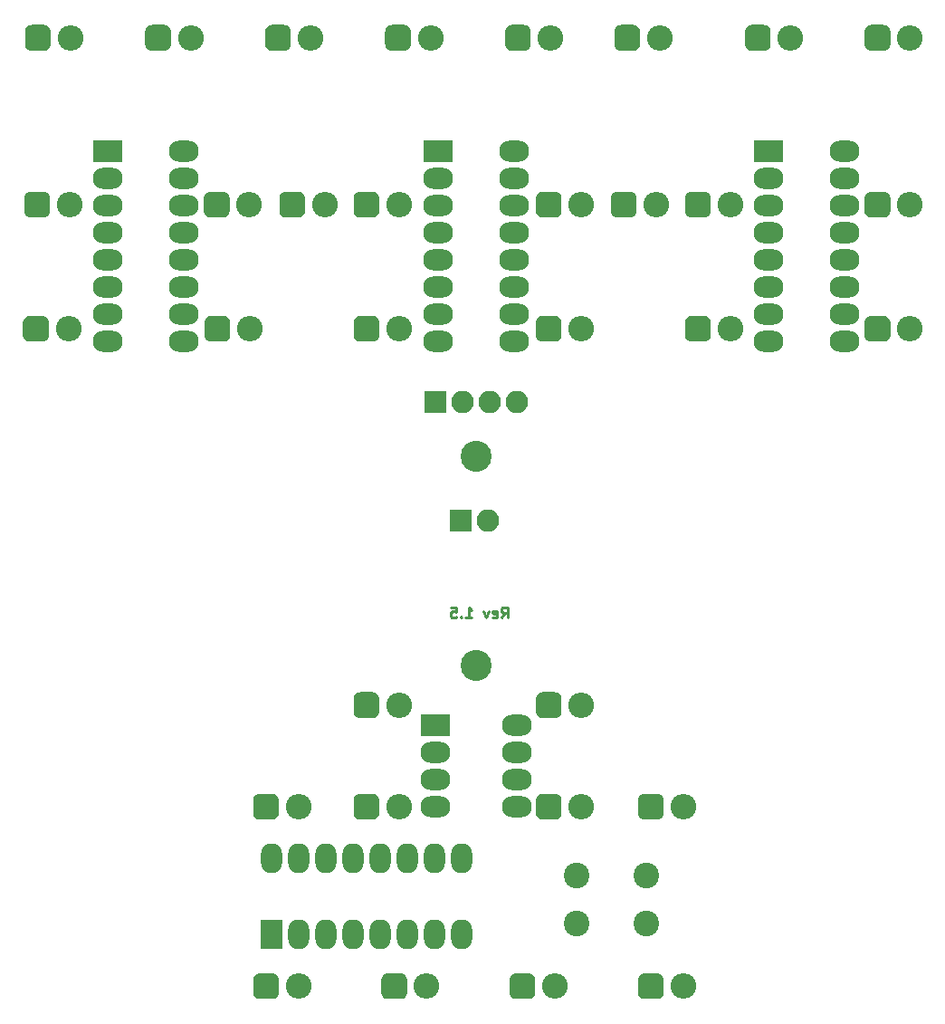
<source format=gbr>
G04 #@! TF.GenerationSoftware,KiCad,Pcbnew,(5.0.0)*
G04 #@! TF.CreationDate,2019-09-06T11:34:28-04:00*
G04 #@! TF.ProjectId,MiniTempleT,4D696E6954656D706C65542E6B696361,rev?*
G04 #@! TF.SameCoordinates,Original*
G04 #@! TF.FileFunction,Soldermask,Bot*
G04 #@! TF.FilePolarity,Negative*
%FSLAX46Y46*%
G04 Gerber Fmt 4.6, Leading zero omitted, Abs format (unit mm)*
G04 Created by KiCad (PCBNEW (5.0.0)) date 09/06/19 11:34:28*
%MOMM*%
%LPD*%
G01*
G04 APERTURE LIST*
%ADD10C,0.250000*%
%ADD11O,2.400000X2.400000*%
%ADD12C,0.100000*%
%ADD13C,2.400000*%
%ADD14C,2.900000*%
%ADD15R,2.100000X2.100000*%
%ADD16O,2.100000X2.100000*%
%ADD17O,2.800000X2.000000*%
%ADD18R,2.800000X2.000000*%
%ADD19R,2.000000X2.800000*%
%ADD20O,2.000000X2.800000*%
G04 APERTURE END LIST*
D10*
X173571428Y-112252380D02*
X173904761Y-111776190D01*
X174142857Y-112252380D02*
X174142857Y-111252380D01*
X173761904Y-111252380D01*
X173666666Y-111300000D01*
X173619047Y-111347619D01*
X173571428Y-111442857D01*
X173571428Y-111585714D01*
X173619047Y-111680952D01*
X173666666Y-111728571D01*
X173761904Y-111776190D01*
X174142857Y-111776190D01*
X172761904Y-112204761D02*
X172857142Y-112252380D01*
X173047619Y-112252380D01*
X173142857Y-112204761D01*
X173190476Y-112109523D01*
X173190476Y-111728571D01*
X173142857Y-111633333D01*
X173047619Y-111585714D01*
X172857142Y-111585714D01*
X172761904Y-111633333D01*
X172714285Y-111728571D01*
X172714285Y-111823809D01*
X173190476Y-111919047D01*
X172380952Y-111585714D02*
X172142857Y-112252380D01*
X171904761Y-111585714D01*
X170238095Y-112252380D02*
X170809523Y-112252380D01*
X170523809Y-112252380D02*
X170523809Y-111252380D01*
X170619047Y-111395238D01*
X170714285Y-111490476D01*
X170809523Y-111538095D01*
X169809523Y-112157142D02*
X169761904Y-112204761D01*
X169809523Y-112252380D01*
X169857142Y-112204761D01*
X169809523Y-112157142D01*
X169809523Y-112252380D01*
X168857142Y-111252380D02*
X169333333Y-111252380D01*
X169380952Y-111728571D01*
X169333333Y-111680952D01*
X169238095Y-111633333D01*
X169000000Y-111633333D01*
X168904761Y-111680952D01*
X168857142Y-111728571D01*
X168809523Y-111823809D01*
X168809523Y-112061904D01*
X168857142Y-112157142D01*
X168904761Y-112204761D01*
X169000000Y-112252380D01*
X169238095Y-112252380D01*
X169333333Y-112204761D01*
X169380952Y-112157142D01*
D11*
G04 #@! TO.C,D17*
X181050000Y-85217000D03*
D12*
G36*
X178668810Y-84019889D02*
X178727054Y-84028529D01*
X178784171Y-84042836D01*
X178839610Y-84062672D01*
X178892838Y-84087847D01*
X178943342Y-84118118D01*
X178990636Y-84153194D01*
X179034264Y-84192736D01*
X179073806Y-84236364D01*
X179108882Y-84283658D01*
X179139153Y-84334162D01*
X179164328Y-84387390D01*
X179184164Y-84442829D01*
X179198471Y-84499946D01*
X179207111Y-84558190D01*
X179210000Y-84617000D01*
X179210000Y-85817000D01*
X179207111Y-85875810D01*
X179198471Y-85934054D01*
X179184164Y-85991171D01*
X179164328Y-86046610D01*
X179139153Y-86099838D01*
X179108882Y-86150342D01*
X179073806Y-86197636D01*
X179034264Y-86241264D01*
X178990636Y-86280806D01*
X178943342Y-86315882D01*
X178892838Y-86346153D01*
X178839610Y-86371328D01*
X178784171Y-86391164D01*
X178727054Y-86405471D01*
X178668810Y-86414111D01*
X178610000Y-86417000D01*
X177410000Y-86417000D01*
X177351190Y-86414111D01*
X177292946Y-86405471D01*
X177235829Y-86391164D01*
X177180390Y-86371328D01*
X177127162Y-86346153D01*
X177076658Y-86315882D01*
X177029364Y-86280806D01*
X176985736Y-86241264D01*
X176946194Y-86197636D01*
X176911118Y-86150342D01*
X176880847Y-86099838D01*
X176855672Y-86046610D01*
X176835836Y-85991171D01*
X176821529Y-85934054D01*
X176812889Y-85875810D01*
X176810000Y-85817000D01*
X176810000Y-84617000D01*
X176812889Y-84558190D01*
X176821529Y-84499946D01*
X176835836Y-84442829D01*
X176855672Y-84387390D01*
X176880847Y-84334162D01*
X176911118Y-84283658D01*
X176946194Y-84236364D01*
X176985736Y-84192736D01*
X177029364Y-84153194D01*
X177076658Y-84118118D01*
X177127162Y-84087847D01*
X177180390Y-84062672D01*
X177235829Y-84042836D01*
X177292946Y-84028529D01*
X177351190Y-84019889D01*
X177410000Y-84017000D01*
X178610000Y-84017000D01*
X178668810Y-84019889D01*
X178668810Y-84019889D01*
G37*
D13*
X178010000Y-85217000D03*
G04 #@! TD*
G04 #@! TO.C,BTN1*
X180615000Y-140840000D03*
X180615000Y-136340000D03*
X187115000Y-140840000D03*
X187115000Y-136340000D03*
G04 #@! TD*
D14*
G04 #@! TO.C,Battery1*
X171196000Y-116669000D03*
X171196000Y-97169000D03*
G04 #@! TD*
D15*
G04 #@! TO.C,Power1*
X169799000Y-103137000D03*
D16*
X172339000Y-103137000D03*
G04 #@! TD*
D11*
G04 #@! TO.C,D1*
X133073000Y-85217000D03*
D12*
G36*
X130691810Y-84019889D02*
X130750054Y-84028529D01*
X130807171Y-84042836D01*
X130862610Y-84062672D01*
X130915838Y-84087847D01*
X130966342Y-84118118D01*
X131013636Y-84153194D01*
X131057264Y-84192736D01*
X131096806Y-84236364D01*
X131131882Y-84283658D01*
X131162153Y-84334162D01*
X131187328Y-84387390D01*
X131207164Y-84442829D01*
X131221471Y-84499946D01*
X131230111Y-84558190D01*
X131233000Y-84617000D01*
X131233000Y-85817000D01*
X131230111Y-85875810D01*
X131221471Y-85934054D01*
X131207164Y-85991171D01*
X131187328Y-86046610D01*
X131162153Y-86099838D01*
X131131882Y-86150342D01*
X131096806Y-86197636D01*
X131057264Y-86241264D01*
X131013636Y-86280806D01*
X130966342Y-86315882D01*
X130915838Y-86346153D01*
X130862610Y-86371328D01*
X130807171Y-86391164D01*
X130750054Y-86405471D01*
X130691810Y-86414111D01*
X130633000Y-86417000D01*
X129433000Y-86417000D01*
X129374190Y-86414111D01*
X129315946Y-86405471D01*
X129258829Y-86391164D01*
X129203390Y-86371328D01*
X129150162Y-86346153D01*
X129099658Y-86315882D01*
X129052364Y-86280806D01*
X129008736Y-86241264D01*
X128969194Y-86197636D01*
X128934118Y-86150342D01*
X128903847Y-86099838D01*
X128878672Y-86046610D01*
X128858836Y-85991171D01*
X128844529Y-85934054D01*
X128835889Y-85875810D01*
X128833000Y-85817000D01*
X128833000Y-84617000D01*
X128835889Y-84558190D01*
X128844529Y-84499946D01*
X128858836Y-84442829D01*
X128878672Y-84387390D01*
X128903847Y-84334162D01*
X128934118Y-84283658D01*
X128969194Y-84236364D01*
X129008736Y-84192736D01*
X129052364Y-84153194D01*
X129099658Y-84118118D01*
X129150162Y-84087847D01*
X129203390Y-84062672D01*
X129258829Y-84042836D01*
X129315946Y-84028529D01*
X129374190Y-84019889D01*
X129433000Y-84017000D01*
X130633000Y-84017000D01*
X130691810Y-84019889D01*
X130691810Y-84019889D01*
G37*
D13*
X130033000Y-85217000D03*
G04 #@! TD*
D11*
G04 #@! TO.C,D2*
X133190000Y-73600000D03*
D12*
G36*
X130808810Y-72402889D02*
X130867054Y-72411529D01*
X130924171Y-72425836D01*
X130979610Y-72445672D01*
X131032838Y-72470847D01*
X131083342Y-72501118D01*
X131130636Y-72536194D01*
X131174264Y-72575736D01*
X131213806Y-72619364D01*
X131248882Y-72666658D01*
X131279153Y-72717162D01*
X131304328Y-72770390D01*
X131324164Y-72825829D01*
X131338471Y-72882946D01*
X131347111Y-72941190D01*
X131350000Y-73000000D01*
X131350000Y-74200000D01*
X131347111Y-74258810D01*
X131338471Y-74317054D01*
X131324164Y-74374171D01*
X131304328Y-74429610D01*
X131279153Y-74482838D01*
X131248882Y-74533342D01*
X131213806Y-74580636D01*
X131174264Y-74624264D01*
X131130636Y-74663806D01*
X131083342Y-74698882D01*
X131032838Y-74729153D01*
X130979610Y-74754328D01*
X130924171Y-74774164D01*
X130867054Y-74788471D01*
X130808810Y-74797111D01*
X130750000Y-74800000D01*
X129550000Y-74800000D01*
X129491190Y-74797111D01*
X129432946Y-74788471D01*
X129375829Y-74774164D01*
X129320390Y-74754328D01*
X129267162Y-74729153D01*
X129216658Y-74698882D01*
X129169364Y-74663806D01*
X129125736Y-74624264D01*
X129086194Y-74580636D01*
X129051118Y-74533342D01*
X129020847Y-74482838D01*
X128995672Y-74429610D01*
X128975836Y-74374171D01*
X128961529Y-74317054D01*
X128952889Y-74258810D01*
X128950000Y-74200000D01*
X128950000Y-73000000D01*
X128952889Y-72941190D01*
X128961529Y-72882946D01*
X128975836Y-72825829D01*
X128995672Y-72770390D01*
X129020847Y-72717162D01*
X129051118Y-72666658D01*
X129086194Y-72619364D01*
X129125736Y-72575736D01*
X129169364Y-72536194D01*
X129216658Y-72501118D01*
X129267162Y-72470847D01*
X129320390Y-72445672D01*
X129375829Y-72425836D01*
X129432946Y-72411529D01*
X129491190Y-72402889D01*
X129550000Y-72400000D01*
X130750000Y-72400000D01*
X130808810Y-72402889D01*
X130808810Y-72402889D01*
G37*
D13*
X130150000Y-73600000D03*
G04 #@! TD*
D11*
G04 #@! TO.C,D3*
X133250000Y-58000000D03*
D12*
G36*
X130868810Y-56802889D02*
X130927054Y-56811529D01*
X130984171Y-56825836D01*
X131039610Y-56845672D01*
X131092838Y-56870847D01*
X131143342Y-56901118D01*
X131190636Y-56936194D01*
X131234264Y-56975736D01*
X131273806Y-57019364D01*
X131308882Y-57066658D01*
X131339153Y-57117162D01*
X131364328Y-57170390D01*
X131384164Y-57225829D01*
X131398471Y-57282946D01*
X131407111Y-57341190D01*
X131410000Y-57400000D01*
X131410000Y-58600000D01*
X131407111Y-58658810D01*
X131398471Y-58717054D01*
X131384164Y-58774171D01*
X131364328Y-58829610D01*
X131339153Y-58882838D01*
X131308882Y-58933342D01*
X131273806Y-58980636D01*
X131234264Y-59024264D01*
X131190636Y-59063806D01*
X131143342Y-59098882D01*
X131092838Y-59129153D01*
X131039610Y-59154328D01*
X130984171Y-59174164D01*
X130927054Y-59188471D01*
X130868810Y-59197111D01*
X130810000Y-59200000D01*
X129610000Y-59200000D01*
X129551190Y-59197111D01*
X129492946Y-59188471D01*
X129435829Y-59174164D01*
X129380390Y-59154328D01*
X129327162Y-59129153D01*
X129276658Y-59098882D01*
X129229364Y-59063806D01*
X129185736Y-59024264D01*
X129146194Y-58980636D01*
X129111118Y-58933342D01*
X129080847Y-58882838D01*
X129055672Y-58829610D01*
X129035836Y-58774171D01*
X129021529Y-58717054D01*
X129012889Y-58658810D01*
X129010000Y-58600000D01*
X129010000Y-57400000D01*
X129012889Y-57341190D01*
X129021529Y-57282946D01*
X129035836Y-57225829D01*
X129055672Y-57170390D01*
X129080847Y-57117162D01*
X129111118Y-57066658D01*
X129146194Y-57019364D01*
X129185736Y-56975736D01*
X129229364Y-56936194D01*
X129276658Y-56901118D01*
X129327162Y-56870847D01*
X129380390Y-56845672D01*
X129435829Y-56825836D01*
X129492946Y-56811529D01*
X129551190Y-56802889D01*
X129610000Y-56800000D01*
X130810000Y-56800000D01*
X130868810Y-56802889D01*
X130868810Y-56802889D01*
G37*
D13*
X130210000Y-58000000D03*
G04 #@! TD*
D11*
G04 #@! TO.C,D4*
X144500000Y-58000000D03*
D12*
G36*
X142118810Y-56802889D02*
X142177054Y-56811529D01*
X142234171Y-56825836D01*
X142289610Y-56845672D01*
X142342838Y-56870847D01*
X142393342Y-56901118D01*
X142440636Y-56936194D01*
X142484264Y-56975736D01*
X142523806Y-57019364D01*
X142558882Y-57066658D01*
X142589153Y-57117162D01*
X142614328Y-57170390D01*
X142634164Y-57225829D01*
X142648471Y-57282946D01*
X142657111Y-57341190D01*
X142660000Y-57400000D01*
X142660000Y-58600000D01*
X142657111Y-58658810D01*
X142648471Y-58717054D01*
X142634164Y-58774171D01*
X142614328Y-58829610D01*
X142589153Y-58882838D01*
X142558882Y-58933342D01*
X142523806Y-58980636D01*
X142484264Y-59024264D01*
X142440636Y-59063806D01*
X142393342Y-59098882D01*
X142342838Y-59129153D01*
X142289610Y-59154328D01*
X142234171Y-59174164D01*
X142177054Y-59188471D01*
X142118810Y-59197111D01*
X142060000Y-59200000D01*
X140860000Y-59200000D01*
X140801190Y-59197111D01*
X140742946Y-59188471D01*
X140685829Y-59174164D01*
X140630390Y-59154328D01*
X140577162Y-59129153D01*
X140526658Y-59098882D01*
X140479364Y-59063806D01*
X140435736Y-59024264D01*
X140396194Y-58980636D01*
X140361118Y-58933342D01*
X140330847Y-58882838D01*
X140305672Y-58829610D01*
X140285836Y-58774171D01*
X140271529Y-58717054D01*
X140262889Y-58658810D01*
X140260000Y-58600000D01*
X140260000Y-57400000D01*
X140262889Y-57341190D01*
X140271529Y-57282946D01*
X140285836Y-57225829D01*
X140305672Y-57170390D01*
X140330847Y-57117162D01*
X140361118Y-57066658D01*
X140396194Y-57019364D01*
X140435736Y-56975736D01*
X140479364Y-56936194D01*
X140526658Y-56901118D01*
X140577162Y-56870847D01*
X140630390Y-56845672D01*
X140685829Y-56825836D01*
X140742946Y-56811529D01*
X140801190Y-56802889D01*
X140860000Y-56800000D01*
X142060000Y-56800000D01*
X142118810Y-56802889D01*
X142118810Y-56802889D01*
G37*
D13*
X141460000Y-58000000D03*
G04 #@! TD*
D11*
G04 #@! TO.C,D5*
X155720000Y-58000000D03*
D12*
G36*
X153338810Y-56802889D02*
X153397054Y-56811529D01*
X153454171Y-56825836D01*
X153509610Y-56845672D01*
X153562838Y-56870847D01*
X153613342Y-56901118D01*
X153660636Y-56936194D01*
X153704264Y-56975736D01*
X153743806Y-57019364D01*
X153778882Y-57066658D01*
X153809153Y-57117162D01*
X153834328Y-57170390D01*
X153854164Y-57225829D01*
X153868471Y-57282946D01*
X153877111Y-57341190D01*
X153880000Y-57400000D01*
X153880000Y-58600000D01*
X153877111Y-58658810D01*
X153868471Y-58717054D01*
X153854164Y-58774171D01*
X153834328Y-58829610D01*
X153809153Y-58882838D01*
X153778882Y-58933342D01*
X153743806Y-58980636D01*
X153704264Y-59024264D01*
X153660636Y-59063806D01*
X153613342Y-59098882D01*
X153562838Y-59129153D01*
X153509610Y-59154328D01*
X153454171Y-59174164D01*
X153397054Y-59188471D01*
X153338810Y-59197111D01*
X153280000Y-59200000D01*
X152080000Y-59200000D01*
X152021190Y-59197111D01*
X151962946Y-59188471D01*
X151905829Y-59174164D01*
X151850390Y-59154328D01*
X151797162Y-59129153D01*
X151746658Y-59098882D01*
X151699364Y-59063806D01*
X151655736Y-59024264D01*
X151616194Y-58980636D01*
X151581118Y-58933342D01*
X151550847Y-58882838D01*
X151525672Y-58829610D01*
X151505836Y-58774171D01*
X151491529Y-58717054D01*
X151482889Y-58658810D01*
X151480000Y-58600000D01*
X151480000Y-57400000D01*
X151482889Y-57341190D01*
X151491529Y-57282946D01*
X151505836Y-57225829D01*
X151525672Y-57170390D01*
X151550847Y-57117162D01*
X151581118Y-57066658D01*
X151616194Y-57019364D01*
X151655736Y-56975736D01*
X151699364Y-56936194D01*
X151746658Y-56901118D01*
X151797162Y-56870847D01*
X151850390Y-56845672D01*
X151905829Y-56825836D01*
X151962946Y-56811529D01*
X152021190Y-56802889D01*
X152080000Y-56800000D01*
X153280000Y-56800000D01*
X153338810Y-56802889D01*
X153338810Y-56802889D01*
G37*
D13*
X152680000Y-58000000D03*
G04 #@! TD*
D11*
G04 #@! TO.C,D6*
X166940000Y-58000000D03*
D12*
G36*
X164558810Y-56802889D02*
X164617054Y-56811529D01*
X164674171Y-56825836D01*
X164729610Y-56845672D01*
X164782838Y-56870847D01*
X164833342Y-56901118D01*
X164880636Y-56936194D01*
X164924264Y-56975736D01*
X164963806Y-57019364D01*
X164998882Y-57066658D01*
X165029153Y-57117162D01*
X165054328Y-57170390D01*
X165074164Y-57225829D01*
X165088471Y-57282946D01*
X165097111Y-57341190D01*
X165100000Y-57400000D01*
X165100000Y-58600000D01*
X165097111Y-58658810D01*
X165088471Y-58717054D01*
X165074164Y-58774171D01*
X165054328Y-58829610D01*
X165029153Y-58882838D01*
X164998882Y-58933342D01*
X164963806Y-58980636D01*
X164924264Y-59024264D01*
X164880636Y-59063806D01*
X164833342Y-59098882D01*
X164782838Y-59129153D01*
X164729610Y-59154328D01*
X164674171Y-59174164D01*
X164617054Y-59188471D01*
X164558810Y-59197111D01*
X164500000Y-59200000D01*
X163300000Y-59200000D01*
X163241190Y-59197111D01*
X163182946Y-59188471D01*
X163125829Y-59174164D01*
X163070390Y-59154328D01*
X163017162Y-59129153D01*
X162966658Y-59098882D01*
X162919364Y-59063806D01*
X162875736Y-59024264D01*
X162836194Y-58980636D01*
X162801118Y-58933342D01*
X162770847Y-58882838D01*
X162745672Y-58829610D01*
X162725836Y-58774171D01*
X162711529Y-58717054D01*
X162702889Y-58658810D01*
X162700000Y-58600000D01*
X162700000Y-57400000D01*
X162702889Y-57341190D01*
X162711529Y-57282946D01*
X162725836Y-57225829D01*
X162745672Y-57170390D01*
X162770847Y-57117162D01*
X162801118Y-57066658D01*
X162836194Y-57019364D01*
X162875736Y-56975736D01*
X162919364Y-56936194D01*
X162966658Y-56901118D01*
X163017162Y-56870847D01*
X163070390Y-56845672D01*
X163125829Y-56825836D01*
X163182946Y-56811529D01*
X163241190Y-56802889D01*
X163300000Y-56800000D01*
X164500000Y-56800000D01*
X164558810Y-56802889D01*
X164558810Y-56802889D01*
G37*
D13*
X163900000Y-58000000D03*
G04 #@! TD*
D11*
G04 #@! TO.C,D7*
X178160000Y-58000000D03*
D12*
G36*
X175778810Y-56802889D02*
X175837054Y-56811529D01*
X175894171Y-56825836D01*
X175949610Y-56845672D01*
X176002838Y-56870847D01*
X176053342Y-56901118D01*
X176100636Y-56936194D01*
X176144264Y-56975736D01*
X176183806Y-57019364D01*
X176218882Y-57066658D01*
X176249153Y-57117162D01*
X176274328Y-57170390D01*
X176294164Y-57225829D01*
X176308471Y-57282946D01*
X176317111Y-57341190D01*
X176320000Y-57400000D01*
X176320000Y-58600000D01*
X176317111Y-58658810D01*
X176308471Y-58717054D01*
X176294164Y-58774171D01*
X176274328Y-58829610D01*
X176249153Y-58882838D01*
X176218882Y-58933342D01*
X176183806Y-58980636D01*
X176144264Y-59024264D01*
X176100636Y-59063806D01*
X176053342Y-59098882D01*
X176002838Y-59129153D01*
X175949610Y-59154328D01*
X175894171Y-59174164D01*
X175837054Y-59188471D01*
X175778810Y-59197111D01*
X175720000Y-59200000D01*
X174520000Y-59200000D01*
X174461190Y-59197111D01*
X174402946Y-59188471D01*
X174345829Y-59174164D01*
X174290390Y-59154328D01*
X174237162Y-59129153D01*
X174186658Y-59098882D01*
X174139364Y-59063806D01*
X174095736Y-59024264D01*
X174056194Y-58980636D01*
X174021118Y-58933342D01*
X173990847Y-58882838D01*
X173965672Y-58829610D01*
X173945836Y-58774171D01*
X173931529Y-58717054D01*
X173922889Y-58658810D01*
X173920000Y-58600000D01*
X173920000Y-57400000D01*
X173922889Y-57341190D01*
X173931529Y-57282946D01*
X173945836Y-57225829D01*
X173965672Y-57170390D01*
X173990847Y-57117162D01*
X174021118Y-57066658D01*
X174056194Y-57019364D01*
X174095736Y-56975736D01*
X174139364Y-56936194D01*
X174186658Y-56901118D01*
X174237162Y-56870847D01*
X174290390Y-56845672D01*
X174345829Y-56825836D01*
X174402946Y-56811529D01*
X174461190Y-56802889D01*
X174520000Y-56800000D01*
X175720000Y-56800000D01*
X175778810Y-56802889D01*
X175778810Y-56802889D01*
G37*
D13*
X175120000Y-58000000D03*
G04 #@! TD*
D11*
G04 #@! TO.C,D8*
X188380000Y-58000000D03*
D12*
G36*
X185998810Y-56802889D02*
X186057054Y-56811529D01*
X186114171Y-56825836D01*
X186169610Y-56845672D01*
X186222838Y-56870847D01*
X186273342Y-56901118D01*
X186320636Y-56936194D01*
X186364264Y-56975736D01*
X186403806Y-57019364D01*
X186438882Y-57066658D01*
X186469153Y-57117162D01*
X186494328Y-57170390D01*
X186514164Y-57225829D01*
X186528471Y-57282946D01*
X186537111Y-57341190D01*
X186540000Y-57400000D01*
X186540000Y-58600000D01*
X186537111Y-58658810D01*
X186528471Y-58717054D01*
X186514164Y-58774171D01*
X186494328Y-58829610D01*
X186469153Y-58882838D01*
X186438882Y-58933342D01*
X186403806Y-58980636D01*
X186364264Y-59024264D01*
X186320636Y-59063806D01*
X186273342Y-59098882D01*
X186222838Y-59129153D01*
X186169610Y-59154328D01*
X186114171Y-59174164D01*
X186057054Y-59188471D01*
X185998810Y-59197111D01*
X185940000Y-59200000D01*
X184740000Y-59200000D01*
X184681190Y-59197111D01*
X184622946Y-59188471D01*
X184565829Y-59174164D01*
X184510390Y-59154328D01*
X184457162Y-59129153D01*
X184406658Y-59098882D01*
X184359364Y-59063806D01*
X184315736Y-59024264D01*
X184276194Y-58980636D01*
X184241118Y-58933342D01*
X184210847Y-58882838D01*
X184185672Y-58829610D01*
X184165836Y-58774171D01*
X184151529Y-58717054D01*
X184142889Y-58658810D01*
X184140000Y-58600000D01*
X184140000Y-57400000D01*
X184142889Y-57341190D01*
X184151529Y-57282946D01*
X184165836Y-57225829D01*
X184185672Y-57170390D01*
X184210847Y-57117162D01*
X184241118Y-57066658D01*
X184276194Y-57019364D01*
X184315736Y-56975736D01*
X184359364Y-56936194D01*
X184406658Y-56901118D01*
X184457162Y-56870847D01*
X184510390Y-56845672D01*
X184565829Y-56825836D01*
X184622946Y-56811529D01*
X184681190Y-56802889D01*
X184740000Y-56800000D01*
X185940000Y-56800000D01*
X185998810Y-56802889D01*
X185998810Y-56802889D01*
G37*
D13*
X185340000Y-58000000D03*
G04 #@! TD*
D11*
G04 #@! TO.C,D9*
X200600000Y-58000000D03*
D12*
G36*
X198218810Y-56802889D02*
X198277054Y-56811529D01*
X198334171Y-56825836D01*
X198389610Y-56845672D01*
X198442838Y-56870847D01*
X198493342Y-56901118D01*
X198540636Y-56936194D01*
X198584264Y-56975736D01*
X198623806Y-57019364D01*
X198658882Y-57066658D01*
X198689153Y-57117162D01*
X198714328Y-57170390D01*
X198734164Y-57225829D01*
X198748471Y-57282946D01*
X198757111Y-57341190D01*
X198760000Y-57400000D01*
X198760000Y-58600000D01*
X198757111Y-58658810D01*
X198748471Y-58717054D01*
X198734164Y-58774171D01*
X198714328Y-58829610D01*
X198689153Y-58882838D01*
X198658882Y-58933342D01*
X198623806Y-58980636D01*
X198584264Y-59024264D01*
X198540636Y-59063806D01*
X198493342Y-59098882D01*
X198442838Y-59129153D01*
X198389610Y-59154328D01*
X198334171Y-59174164D01*
X198277054Y-59188471D01*
X198218810Y-59197111D01*
X198160000Y-59200000D01*
X196960000Y-59200000D01*
X196901190Y-59197111D01*
X196842946Y-59188471D01*
X196785829Y-59174164D01*
X196730390Y-59154328D01*
X196677162Y-59129153D01*
X196626658Y-59098882D01*
X196579364Y-59063806D01*
X196535736Y-59024264D01*
X196496194Y-58980636D01*
X196461118Y-58933342D01*
X196430847Y-58882838D01*
X196405672Y-58829610D01*
X196385836Y-58774171D01*
X196371529Y-58717054D01*
X196362889Y-58658810D01*
X196360000Y-58600000D01*
X196360000Y-57400000D01*
X196362889Y-57341190D01*
X196371529Y-57282946D01*
X196385836Y-57225829D01*
X196405672Y-57170390D01*
X196430847Y-57117162D01*
X196461118Y-57066658D01*
X196496194Y-57019364D01*
X196535736Y-56975736D01*
X196579364Y-56936194D01*
X196626658Y-56901118D01*
X196677162Y-56870847D01*
X196730390Y-56845672D01*
X196785829Y-56825836D01*
X196842946Y-56811529D01*
X196901190Y-56802889D01*
X196960000Y-56800000D01*
X198160000Y-56800000D01*
X198218810Y-56802889D01*
X198218810Y-56802889D01*
G37*
D13*
X197560000Y-58000000D03*
G04 #@! TD*
D11*
G04 #@! TO.C,D10*
X211790000Y-58000000D03*
D12*
G36*
X209408810Y-56802889D02*
X209467054Y-56811529D01*
X209524171Y-56825836D01*
X209579610Y-56845672D01*
X209632838Y-56870847D01*
X209683342Y-56901118D01*
X209730636Y-56936194D01*
X209774264Y-56975736D01*
X209813806Y-57019364D01*
X209848882Y-57066658D01*
X209879153Y-57117162D01*
X209904328Y-57170390D01*
X209924164Y-57225829D01*
X209938471Y-57282946D01*
X209947111Y-57341190D01*
X209950000Y-57400000D01*
X209950000Y-58600000D01*
X209947111Y-58658810D01*
X209938471Y-58717054D01*
X209924164Y-58774171D01*
X209904328Y-58829610D01*
X209879153Y-58882838D01*
X209848882Y-58933342D01*
X209813806Y-58980636D01*
X209774264Y-59024264D01*
X209730636Y-59063806D01*
X209683342Y-59098882D01*
X209632838Y-59129153D01*
X209579610Y-59154328D01*
X209524171Y-59174164D01*
X209467054Y-59188471D01*
X209408810Y-59197111D01*
X209350000Y-59200000D01*
X208150000Y-59200000D01*
X208091190Y-59197111D01*
X208032946Y-59188471D01*
X207975829Y-59174164D01*
X207920390Y-59154328D01*
X207867162Y-59129153D01*
X207816658Y-59098882D01*
X207769364Y-59063806D01*
X207725736Y-59024264D01*
X207686194Y-58980636D01*
X207651118Y-58933342D01*
X207620847Y-58882838D01*
X207595672Y-58829610D01*
X207575836Y-58774171D01*
X207561529Y-58717054D01*
X207552889Y-58658810D01*
X207550000Y-58600000D01*
X207550000Y-57400000D01*
X207552889Y-57341190D01*
X207561529Y-57282946D01*
X207575836Y-57225829D01*
X207595672Y-57170390D01*
X207620847Y-57117162D01*
X207651118Y-57066658D01*
X207686194Y-57019364D01*
X207725736Y-56975736D01*
X207769364Y-56936194D01*
X207816658Y-56901118D01*
X207867162Y-56870847D01*
X207920390Y-56845672D01*
X207975829Y-56825836D01*
X208032946Y-56811529D01*
X208091190Y-56802889D01*
X208150000Y-56800000D01*
X209350000Y-56800000D01*
X209408810Y-56802889D01*
X209408810Y-56802889D01*
G37*
D13*
X208750000Y-58000000D03*
G04 #@! TD*
D11*
G04 #@! TO.C,D11*
X211790000Y-73600000D03*
D12*
G36*
X209408810Y-72402889D02*
X209467054Y-72411529D01*
X209524171Y-72425836D01*
X209579610Y-72445672D01*
X209632838Y-72470847D01*
X209683342Y-72501118D01*
X209730636Y-72536194D01*
X209774264Y-72575736D01*
X209813806Y-72619364D01*
X209848882Y-72666658D01*
X209879153Y-72717162D01*
X209904328Y-72770390D01*
X209924164Y-72825829D01*
X209938471Y-72882946D01*
X209947111Y-72941190D01*
X209950000Y-73000000D01*
X209950000Y-74200000D01*
X209947111Y-74258810D01*
X209938471Y-74317054D01*
X209924164Y-74374171D01*
X209904328Y-74429610D01*
X209879153Y-74482838D01*
X209848882Y-74533342D01*
X209813806Y-74580636D01*
X209774264Y-74624264D01*
X209730636Y-74663806D01*
X209683342Y-74698882D01*
X209632838Y-74729153D01*
X209579610Y-74754328D01*
X209524171Y-74774164D01*
X209467054Y-74788471D01*
X209408810Y-74797111D01*
X209350000Y-74800000D01*
X208150000Y-74800000D01*
X208091190Y-74797111D01*
X208032946Y-74788471D01*
X207975829Y-74774164D01*
X207920390Y-74754328D01*
X207867162Y-74729153D01*
X207816658Y-74698882D01*
X207769364Y-74663806D01*
X207725736Y-74624264D01*
X207686194Y-74580636D01*
X207651118Y-74533342D01*
X207620847Y-74482838D01*
X207595672Y-74429610D01*
X207575836Y-74374171D01*
X207561529Y-74317054D01*
X207552889Y-74258810D01*
X207550000Y-74200000D01*
X207550000Y-73000000D01*
X207552889Y-72941190D01*
X207561529Y-72882946D01*
X207575836Y-72825829D01*
X207595672Y-72770390D01*
X207620847Y-72717162D01*
X207651118Y-72666658D01*
X207686194Y-72619364D01*
X207725736Y-72575736D01*
X207769364Y-72536194D01*
X207816658Y-72501118D01*
X207867162Y-72470847D01*
X207920390Y-72445672D01*
X207975829Y-72425836D01*
X208032946Y-72411529D01*
X208091190Y-72402889D01*
X208150000Y-72400000D01*
X209350000Y-72400000D01*
X209408810Y-72402889D01*
X209408810Y-72402889D01*
G37*
D13*
X208750000Y-73600000D03*
G04 #@! TD*
D11*
G04 #@! TO.C,D12*
X211790000Y-85217000D03*
D12*
G36*
X209408810Y-84019889D02*
X209467054Y-84028529D01*
X209524171Y-84042836D01*
X209579610Y-84062672D01*
X209632838Y-84087847D01*
X209683342Y-84118118D01*
X209730636Y-84153194D01*
X209774264Y-84192736D01*
X209813806Y-84236364D01*
X209848882Y-84283658D01*
X209879153Y-84334162D01*
X209904328Y-84387390D01*
X209924164Y-84442829D01*
X209938471Y-84499946D01*
X209947111Y-84558190D01*
X209950000Y-84617000D01*
X209950000Y-85817000D01*
X209947111Y-85875810D01*
X209938471Y-85934054D01*
X209924164Y-85991171D01*
X209904328Y-86046610D01*
X209879153Y-86099838D01*
X209848882Y-86150342D01*
X209813806Y-86197636D01*
X209774264Y-86241264D01*
X209730636Y-86280806D01*
X209683342Y-86315882D01*
X209632838Y-86346153D01*
X209579610Y-86371328D01*
X209524171Y-86391164D01*
X209467054Y-86405471D01*
X209408810Y-86414111D01*
X209350000Y-86417000D01*
X208150000Y-86417000D01*
X208091190Y-86414111D01*
X208032946Y-86405471D01*
X207975829Y-86391164D01*
X207920390Y-86371328D01*
X207867162Y-86346153D01*
X207816658Y-86315882D01*
X207769364Y-86280806D01*
X207725736Y-86241264D01*
X207686194Y-86197636D01*
X207651118Y-86150342D01*
X207620847Y-86099838D01*
X207595672Y-86046610D01*
X207575836Y-85991171D01*
X207561529Y-85934054D01*
X207552889Y-85875810D01*
X207550000Y-85817000D01*
X207550000Y-84617000D01*
X207552889Y-84558190D01*
X207561529Y-84499946D01*
X207575836Y-84442829D01*
X207595672Y-84387390D01*
X207620847Y-84334162D01*
X207651118Y-84283658D01*
X207686194Y-84236364D01*
X207725736Y-84192736D01*
X207769364Y-84153194D01*
X207816658Y-84118118D01*
X207867162Y-84087847D01*
X207920390Y-84062672D01*
X207975829Y-84042836D01*
X208032946Y-84028529D01*
X208091190Y-84019889D01*
X208150000Y-84017000D01*
X209350000Y-84017000D01*
X209408810Y-84019889D01*
X209408810Y-84019889D01*
G37*
D13*
X208750000Y-85217000D03*
G04 #@! TD*
D11*
G04 #@! TO.C,D13*
X194990000Y-85217000D03*
D12*
G36*
X192608810Y-84019889D02*
X192667054Y-84028529D01*
X192724171Y-84042836D01*
X192779610Y-84062672D01*
X192832838Y-84087847D01*
X192883342Y-84118118D01*
X192930636Y-84153194D01*
X192974264Y-84192736D01*
X193013806Y-84236364D01*
X193048882Y-84283658D01*
X193079153Y-84334162D01*
X193104328Y-84387390D01*
X193124164Y-84442829D01*
X193138471Y-84499946D01*
X193147111Y-84558190D01*
X193150000Y-84617000D01*
X193150000Y-85817000D01*
X193147111Y-85875810D01*
X193138471Y-85934054D01*
X193124164Y-85991171D01*
X193104328Y-86046610D01*
X193079153Y-86099838D01*
X193048882Y-86150342D01*
X193013806Y-86197636D01*
X192974264Y-86241264D01*
X192930636Y-86280806D01*
X192883342Y-86315882D01*
X192832838Y-86346153D01*
X192779610Y-86371328D01*
X192724171Y-86391164D01*
X192667054Y-86405471D01*
X192608810Y-86414111D01*
X192550000Y-86417000D01*
X191350000Y-86417000D01*
X191291190Y-86414111D01*
X191232946Y-86405471D01*
X191175829Y-86391164D01*
X191120390Y-86371328D01*
X191067162Y-86346153D01*
X191016658Y-86315882D01*
X190969364Y-86280806D01*
X190925736Y-86241264D01*
X190886194Y-86197636D01*
X190851118Y-86150342D01*
X190820847Y-86099838D01*
X190795672Y-86046610D01*
X190775836Y-85991171D01*
X190761529Y-85934054D01*
X190752889Y-85875810D01*
X190750000Y-85817000D01*
X190750000Y-84617000D01*
X190752889Y-84558190D01*
X190761529Y-84499946D01*
X190775836Y-84442829D01*
X190795672Y-84387390D01*
X190820847Y-84334162D01*
X190851118Y-84283658D01*
X190886194Y-84236364D01*
X190925736Y-84192736D01*
X190969364Y-84153194D01*
X191016658Y-84118118D01*
X191067162Y-84087847D01*
X191120390Y-84062672D01*
X191175829Y-84042836D01*
X191232946Y-84028529D01*
X191291190Y-84019889D01*
X191350000Y-84017000D01*
X192550000Y-84017000D01*
X192608810Y-84019889D01*
X192608810Y-84019889D01*
G37*
D13*
X191950000Y-85217000D03*
G04 #@! TD*
D11*
G04 #@! TO.C,D14*
X194990000Y-73600000D03*
D12*
G36*
X192608810Y-72402889D02*
X192667054Y-72411529D01*
X192724171Y-72425836D01*
X192779610Y-72445672D01*
X192832838Y-72470847D01*
X192883342Y-72501118D01*
X192930636Y-72536194D01*
X192974264Y-72575736D01*
X193013806Y-72619364D01*
X193048882Y-72666658D01*
X193079153Y-72717162D01*
X193104328Y-72770390D01*
X193124164Y-72825829D01*
X193138471Y-72882946D01*
X193147111Y-72941190D01*
X193150000Y-73000000D01*
X193150000Y-74200000D01*
X193147111Y-74258810D01*
X193138471Y-74317054D01*
X193124164Y-74374171D01*
X193104328Y-74429610D01*
X193079153Y-74482838D01*
X193048882Y-74533342D01*
X193013806Y-74580636D01*
X192974264Y-74624264D01*
X192930636Y-74663806D01*
X192883342Y-74698882D01*
X192832838Y-74729153D01*
X192779610Y-74754328D01*
X192724171Y-74774164D01*
X192667054Y-74788471D01*
X192608810Y-74797111D01*
X192550000Y-74800000D01*
X191350000Y-74800000D01*
X191291190Y-74797111D01*
X191232946Y-74788471D01*
X191175829Y-74774164D01*
X191120390Y-74754328D01*
X191067162Y-74729153D01*
X191016658Y-74698882D01*
X190969364Y-74663806D01*
X190925736Y-74624264D01*
X190886194Y-74580636D01*
X190851118Y-74533342D01*
X190820847Y-74482838D01*
X190795672Y-74429610D01*
X190775836Y-74374171D01*
X190761529Y-74317054D01*
X190752889Y-74258810D01*
X190750000Y-74200000D01*
X190750000Y-73000000D01*
X190752889Y-72941190D01*
X190761529Y-72882946D01*
X190775836Y-72825829D01*
X190795672Y-72770390D01*
X190820847Y-72717162D01*
X190851118Y-72666658D01*
X190886194Y-72619364D01*
X190925736Y-72575736D01*
X190969364Y-72536194D01*
X191016658Y-72501118D01*
X191067162Y-72470847D01*
X191120390Y-72445672D01*
X191175829Y-72425836D01*
X191232946Y-72411529D01*
X191291190Y-72402889D01*
X191350000Y-72400000D01*
X192550000Y-72400000D01*
X192608810Y-72402889D01*
X192608810Y-72402889D01*
G37*
D13*
X191950000Y-73600000D03*
G04 #@! TD*
D11*
G04 #@! TO.C,D15*
X188050000Y-73600000D03*
D12*
G36*
X185668810Y-72402889D02*
X185727054Y-72411529D01*
X185784171Y-72425836D01*
X185839610Y-72445672D01*
X185892838Y-72470847D01*
X185943342Y-72501118D01*
X185990636Y-72536194D01*
X186034264Y-72575736D01*
X186073806Y-72619364D01*
X186108882Y-72666658D01*
X186139153Y-72717162D01*
X186164328Y-72770390D01*
X186184164Y-72825829D01*
X186198471Y-72882946D01*
X186207111Y-72941190D01*
X186210000Y-73000000D01*
X186210000Y-74200000D01*
X186207111Y-74258810D01*
X186198471Y-74317054D01*
X186184164Y-74374171D01*
X186164328Y-74429610D01*
X186139153Y-74482838D01*
X186108882Y-74533342D01*
X186073806Y-74580636D01*
X186034264Y-74624264D01*
X185990636Y-74663806D01*
X185943342Y-74698882D01*
X185892838Y-74729153D01*
X185839610Y-74754328D01*
X185784171Y-74774164D01*
X185727054Y-74788471D01*
X185668810Y-74797111D01*
X185610000Y-74800000D01*
X184410000Y-74800000D01*
X184351190Y-74797111D01*
X184292946Y-74788471D01*
X184235829Y-74774164D01*
X184180390Y-74754328D01*
X184127162Y-74729153D01*
X184076658Y-74698882D01*
X184029364Y-74663806D01*
X183985736Y-74624264D01*
X183946194Y-74580636D01*
X183911118Y-74533342D01*
X183880847Y-74482838D01*
X183855672Y-74429610D01*
X183835836Y-74374171D01*
X183821529Y-74317054D01*
X183812889Y-74258810D01*
X183810000Y-74200000D01*
X183810000Y-73000000D01*
X183812889Y-72941190D01*
X183821529Y-72882946D01*
X183835836Y-72825829D01*
X183855672Y-72770390D01*
X183880847Y-72717162D01*
X183911118Y-72666658D01*
X183946194Y-72619364D01*
X183985736Y-72575736D01*
X184029364Y-72536194D01*
X184076658Y-72501118D01*
X184127162Y-72470847D01*
X184180390Y-72445672D01*
X184235829Y-72425836D01*
X184292946Y-72411529D01*
X184351190Y-72402889D01*
X184410000Y-72400000D01*
X185610000Y-72400000D01*
X185668810Y-72402889D01*
X185668810Y-72402889D01*
G37*
D13*
X185010000Y-73600000D03*
G04 #@! TD*
D11*
G04 #@! TO.C,D16*
X181050000Y-73600000D03*
D12*
G36*
X178668810Y-72402889D02*
X178727054Y-72411529D01*
X178784171Y-72425836D01*
X178839610Y-72445672D01*
X178892838Y-72470847D01*
X178943342Y-72501118D01*
X178990636Y-72536194D01*
X179034264Y-72575736D01*
X179073806Y-72619364D01*
X179108882Y-72666658D01*
X179139153Y-72717162D01*
X179164328Y-72770390D01*
X179184164Y-72825829D01*
X179198471Y-72882946D01*
X179207111Y-72941190D01*
X179210000Y-73000000D01*
X179210000Y-74200000D01*
X179207111Y-74258810D01*
X179198471Y-74317054D01*
X179184164Y-74374171D01*
X179164328Y-74429610D01*
X179139153Y-74482838D01*
X179108882Y-74533342D01*
X179073806Y-74580636D01*
X179034264Y-74624264D01*
X178990636Y-74663806D01*
X178943342Y-74698882D01*
X178892838Y-74729153D01*
X178839610Y-74754328D01*
X178784171Y-74774164D01*
X178727054Y-74788471D01*
X178668810Y-74797111D01*
X178610000Y-74800000D01*
X177410000Y-74800000D01*
X177351190Y-74797111D01*
X177292946Y-74788471D01*
X177235829Y-74774164D01*
X177180390Y-74754328D01*
X177127162Y-74729153D01*
X177076658Y-74698882D01*
X177029364Y-74663806D01*
X176985736Y-74624264D01*
X176946194Y-74580636D01*
X176911118Y-74533342D01*
X176880847Y-74482838D01*
X176855672Y-74429610D01*
X176835836Y-74374171D01*
X176821529Y-74317054D01*
X176812889Y-74258810D01*
X176810000Y-74200000D01*
X176810000Y-73000000D01*
X176812889Y-72941190D01*
X176821529Y-72882946D01*
X176835836Y-72825829D01*
X176855672Y-72770390D01*
X176880847Y-72717162D01*
X176911118Y-72666658D01*
X176946194Y-72619364D01*
X176985736Y-72575736D01*
X177029364Y-72536194D01*
X177076658Y-72501118D01*
X177127162Y-72470847D01*
X177180390Y-72445672D01*
X177235829Y-72425836D01*
X177292946Y-72411529D01*
X177351190Y-72402889D01*
X177410000Y-72400000D01*
X178610000Y-72400000D01*
X178668810Y-72402889D01*
X178668810Y-72402889D01*
G37*
D13*
X178010000Y-73600000D03*
G04 #@! TD*
D11*
G04 #@! TO.C,D18*
X181050000Y-120400000D03*
D12*
G36*
X178668810Y-119202889D02*
X178727054Y-119211529D01*
X178784171Y-119225836D01*
X178839610Y-119245672D01*
X178892838Y-119270847D01*
X178943342Y-119301118D01*
X178990636Y-119336194D01*
X179034264Y-119375736D01*
X179073806Y-119419364D01*
X179108882Y-119466658D01*
X179139153Y-119517162D01*
X179164328Y-119570390D01*
X179184164Y-119625829D01*
X179198471Y-119682946D01*
X179207111Y-119741190D01*
X179210000Y-119800000D01*
X179210000Y-121000000D01*
X179207111Y-121058810D01*
X179198471Y-121117054D01*
X179184164Y-121174171D01*
X179164328Y-121229610D01*
X179139153Y-121282838D01*
X179108882Y-121333342D01*
X179073806Y-121380636D01*
X179034264Y-121424264D01*
X178990636Y-121463806D01*
X178943342Y-121498882D01*
X178892838Y-121529153D01*
X178839610Y-121554328D01*
X178784171Y-121574164D01*
X178727054Y-121588471D01*
X178668810Y-121597111D01*
X178610000Y-121600000D01*
X177410000Y-121600000D01*
X177351190Y-121597111D01*
X177292946Y-121588471D01*
X177235829Y-121574164D01*
X177180390Y-121554328D01*
X177127162Y-121529153D01*
X177076658Y-121498882D01*
X177029364Y-121463806D01*
X176985736Y-121424264D01*
X176946194Y-121380636D01*
X176911118Y-121333342D01*
X176880847Y-121282838D01*
X176855672Y-121229610D01*
X176835836Y-121174171D01*
X176821529Y-121117054D01*
X176812889Y-121058810D01*
X176810000Y-121000000D01*
X176810000Y-119800000D01*
X176812889Y-119741190D01*
X176821529Y-119682946D01*
X176835836Y-119625829D01*
X176855672Y-119570390D01*
X176880847Y-119517162D01*
X176911118Y-119466658D01*
X176946194Y-119419364D01*
X176985736Y-119375736D01*
X177029364Y-119336194D01*
X177076658Y-119301118D01*
X177127162Y-119270847D01*
X177180390Y-119245672D01*
X177235829Y-119225836D01*
X177292946Y-119211529D01*
X177351190Y-119202889D01*
X177410000Y-119200000D01*
X178610000Y-119200000D01*
X178668810Y-119202889D01*
X178668810Y-119202889D01*
G37*
D13*
X178010000Y-120400000D03*
G04 #@! TD*
D11*
G04 #@! TO.C,D19*
X181050000Y-129900000D03*
D12*
G36*
X178668810Y-128702889D02*
X178727054Y-128711529D01*
X178784171Y-128725836D01*
X178839610Y-128745672D01*
X178892838Y-128770847D01*
X178943342Y-128801118D01*
X178990636Y-128836194D01*
X179034264Y-128875736D01*
X179073806Y-128919364D01*
X179108882Y-128966658D01*
X179139153Y-129017162D01*
X179164328Y-129070390D01*
X179184164Y-129125829D01*
X179198471Y-129182946D01*
X179207111Y-129241190D01*
X179210000Y-129300000D01*
X179210000Y-130500000D01*
X179207111Y-130558810D01*
X179198471Y-130617054D01*
X179184164Y-130674171D01*
X179164328Y-130729610D01*
X179139153Y-130782838D01*
X179108882Y-130833342D01*
X179073806Y-130880636D01*
X179034264Y-130924264D01*
X178990636Y-130963806D01*
X178943342Y-130998882D01*
X178892838Y-131029153D01*
X178839610Y-131054328D01*
X178784171Y-131074164D01*
X178727054Y-131088471D01*
X178668810Y-131097111D01*
X178610000Y-131100000D01*
X177410000Y-131100000D01*
X177351190Y-131097111D01*
X177292946Y-131088471D01*
X177235829Y-131074164D01*
X177180390Y-131054328D01*
X177127162Y-131029153D01*
X177076658Y-130998882D01*
X177029364Y-130963806D01*
X176985736Y-130924264D01*
X176946194Y-130880636D01*
X176911118Y-130833342D01*
X176880847Y-130782838D01*
X176855672Y-130729610D01*
X176835836Y-130674171D01*
X176821529Y-130617054D01*
X176812889Y-130558810D01*
X176810000Y-130500000D01*
X176810000Y-129300000D01*
X176812889Y-129241190D01*
X176821529Y-129182946D01*
X176835836Y-129125829D01*
X176855672Y-129070390D01*
X176880847Y-129017162D01*
X176911118Y-128966658D01*
X176946194Y-128919364D01*
X176985736Y-128875736D01*
X177029364Y-128836194D01*
X177076658Y-128801118D01*
X177127162Y-128770847D01*
X177180390Y-128745672D01*
X177235829Y-128725836D01*
X177292946Y-128711529D01*
X177351190Y-128702889D01*
X177410000Y-128700000D01*
X178610000Y-128700000D01*
X178668810Y-128702889D01*
X178668810Y-128702889D01*
G37*
D13*
X178010000Y-129900000D03*
G04 #@! TD*
D11*
G04 #@! TO.C,D20*
X190590000Y-129900000D03*
D12*
G36*
X188208810Y-128702889D02*
X188267054Y-128711529D01*
X188324171Y-128725836D01*
X188379610Y-128745672D01*
X188432838Y-128770847D01*
X188483342Y-128801118D01*
X188530636Y-128836194D01*
X188574264Y-128875736D01*
X188613806Y-128919364D01*
X188648882Y-128966658D01*
X188679153Y-129017162D01*
X188704328Y-129070390D01*
X188724164Y-129125829D01*
X188738471Y-129182946D01*
X188747111Y-129241190D01*
X188750000Y-129300000D01*
X188750000Y-130500000D01*
X188747111Y-130558810D01*
X188738471Y-130617054D01*
X188724164Y-130674171D01*
X188704328Y-130729610D01*
X188679153Y-130782838D01*
X188648882Y-130833342D01*
X188613806Y-130880636D01*
X188574264Y-130924264D01*
X188530636Y-130963806D01*
X188483342Y-130998882D01*
X188432838Y-131029153D01*
X188379610Y-131054328D01*
X188324171Y-131074164D01*
X188267054Y-131088471D01*
X188208810Y-131097111D01*
X188150000Y-131100000D01*
X186950000Y-131100000D01*
X186891190Y-131097111D01*
X186832946Y-131088471D01*
X186775829Y-131074164D01*
X186720390Y-131054328D01*
X186667162Y-131029153D01*
X186616658Y-130998882D01*
X186569364Y-130963806D01*
X186525736Y-130924264D01*
X186486194Y-130880636D01*
X186451118Y-130833342D01*
X186420847Y-130782838D01*
X186395672Y-130729610D01*
X186375836Y-130674171D01*
X186361529Y-130617054D01*
X186352889Y-130558810D01*
X186350000Y-130500000D01*
X186350000Y-129300000D01*
X186352889Y-129241190D01*
X186361529Y-129182946D01*
X186375836Y-129125829D01*
X186395672Y-129070390D01*
X186420847Y-129017162D01*
X186451118Y-128966658D01*
X186486194Y-128919364D01*
X186525736Y-128875736D01*
X186569364Y-128836194D01*
X186616658Y-128801118D01*
X186667162Y-128770847D01*
X186720390Y-128745672D01*
X186775829Y-128725836D01*
X186832946Y-128711529D01*
X186891190Y-128702889D01*
X186950000Y-128700000D01*
X188150000Y-128700000D01*
X188208810Y-128702889D01*
X188208810Y-128702889D01*
G37*
D13*
X187550000Y-129900000D03*
G04 #@! TD*
D11*
G04 #@! TO.C,D21*
X190590000Y-146700000D03*
D12*
G36*
X188208810Y-145502889D02*
X188267054Y-145511529D01*
X188324171Y-145525836D01*
X188379610Y-145545672D01*
X188432838Y-145570847D01*
X188483342Y-145601118D01*
X188530636Y-145636194D01*
X188574264Y-145675736D01*
X188613806Y-145719364D01*
X188648882Y-145766658D01*
X188679153Y-145817162D01*
X188704328Y-145870390D01*
X188724164Y-145925829D01*
X188738471Y-145982946D01*
X188747111Y-146041190D01*
X188750000Y-146100000D01*
X188750000Y-147300000D01*
X188747111Y-147358810D01*
X188738471Y-147417054D01*
X188724164Y-147474171D01*
X188704328Y-147529610D01*
X188679153Y-147582838D01*
X188648882Y-147633342D01*
X188613806Y-147680636D01*
X188574264Y-147724264D01*
X188530636Y-147763806D01*
X188483342Y-147798882D01*
X188432838Y-147829153D01*
X188379610Y-147854328D01*
X188324171Y-147874164D01*
X188267054Y-147888471D01*
X188208810Y-147897111D01*
X188150000Y-147900000D01*
X186950000Y-147900000D01*
X186891190Y-147897111D01*
X186832946Y-147888471D01*
X186775829Y-147874164D01*
X186720390Y-147854328D01*
X186667162Y-147829153D01*
X186616658Y-147798882D01*
X186569364Y-147763806D01*
X186525736Y-147724264D01*
X186486194Y-147680636D01*
X186451118Y-147633342D01*
X186420847Y-147582838D01*
X186395672Y-147529610D01*
X186375836Y-147474171D01*
X186361529Y-147417054D01*
X186352889Y-147358810D01*
X186350000Y-147300000D01*
X186350000Y-146100000D01*
X186352889Y-146041190D01*
X186361529Y-145982946D01*
X186375836Y-145925829D01*
X186395672Y-145870390D01*
X186420847Y-145817162D01*
X186451118Y-145766658D01*
X186486194Y-145719364D01*
X186525736Y-145675736D01*
X186569364Y-145636194D01*
X186616658Y-145601118D01*
X186667162Y-145570847D01*
X186720390Y-145545672D01*
X186775829Y-145525836D01*
X186832946Y-145511529D01*
X186891190Y-145502889D01*
X186950000Y-145500000D01*
X188150000Y-145500000D01*
X188208810Y-145502889D01*
X188208810Y-145502889D01*
G37*
D13*
X187550000Y-146700000D03*
G04 #@! TD*
D11*
G04 #@! TO.C,D22*
X178590000Y-146700000D03*
D12*
G36*
X176208810Y-145502889D02*
X176267054Y-145511529D01*
X176324171Y-145525836D01*
X176379610Y-145545672D01*
X176432838Y-145570847D01*
X176483342Y-145601118D01*
X176530636Y-145636194D01*
X176574264Y-145675736D01*
X176613806Y-145719364D01*
X176648882Y-145766658D01*
X176679153Y-145817162D01*
X176704328Y-145870390D01*
X176724164Y-145925829D01*
X176738471Y-145982946D01*
X176747111Y-146041190D01*
X176750000Y-146100000D01*
X176750000Y-147300000D01*
X176747111Y-147358810D01*
X176738471Y-147417054D01*
X176724164Y-147474171D01*
X176704328Y-147529610D01*
X176679153Y-147582838D01*
X176648882Y-147633342D01*
X176613806Y-147680636D01*
X176574264Y-147724264D01*
X176530636Y-147763806D01*
X176483342Y-147798882D01*
X176432838Y-147829153D01*
X176379610Y-147854328D01*
X176324171Y-147874164D01*
X176267054Y-147888471D01*
X176208810Y-147897111D01*
X176150000Y-147900000D01*
X174950000Y-147900000D01*
X174891190Y-147897111D01*
X174832946Y-147888471D01*
X174775829Y-147874164D01*
X174720390Y-147854328D01*
X174667162Y-147829153D01*
X174616658Y-147798882D01*
X174569364Y-147763806D01*
X174525736Y-147724264D01*
X174486194Y-147680636D01*
X174451118Y-147633342D01*
X174420847Y-147582838D01*
X174395672Y-147529610D01*
X174375836Y-147474171D01*
X174361529Y-147417054D01*
X174352889Y-147358810D01*
X174350000Y-147300000D01*
X174350000Y-146100000D01*
X174352889Y-146041190D01*
X174361529Y-145982946D01*
X174375836Y-145925829D01*
X174395672Y-145870390D01*
X174420847Y-145817162D01*
X174451118Y-145766658D01*
X174486194Y-145719364D01*
X174525736Y-145675736D01*
X174569364Y-145636194D01*
X174616658Y-145601118D01*
X174667162Y-145570847D01*
X174720390Y-145545672D01*
X174775829Y-145525836D01*
X174832946Y-145511529D01*
X174891190Y-145502889D01*
X174950000Y-145500000D01*
X176150000Y-145500000D01*
X176208810Y-145502889D01*
X176208810Y-145502889D01*
G37*
D13*
X175550000Y-146700000D03*
G04 #@! TD*
D11*
G04 #@! TO.C,D23*
X166590000Y-146700000D03*
D12*
G36*
X164208810Y-145502889D02*
X164267054Y-145511529D01*
X164324171Y-145525836D01*
X164379610Y-145545672D01*
X164432838Y-145570847D01*
X164483342Y-145601118D01*
X164530636Y-145636194D01*
X164574264Y-145675736D01*
X164613806Y-145719364D01*
X164648882Y-145766658D01*
X164679153Y-145817162D01*
X164704328Y-145870390D01*
X164724164Y-145925829D01*
X164738471Y-145982946D01*
X164747111Y-146041190D01*
X164750000Y-146100000D01*
X164750000Y-147300000D01*
X164747111Y-147358810D01*
X164738471Y-147417054D01*
X164724164Y-147474171D01*
X164704328Y-147529610D01*
X164679153Y-147582838D01*
X164648882Y-147633342D01*
X164613806Y-147680636D01*
X164574264Y-147724264D01*
X164530636Y-147763806D01*
X164483342Y-147798882D01*
X164432838Y-147829153D01*
X164379610Y-147854328D01*
X164324171Y-147874164D01*
X164267054Y-147888471D01*
X164208810Y-147897111D01*
X164150000Y-147900000D01*
X162950000Y-147900000D01*
X162891190Y-147897111D01*
X162832946Y-147888471D01*
X162775829Y-147874164D01*
X162720390Y-147854328D01*
X162667162Y-147829153D01*
X162616658Y-147798882D01*
X162569364Y-147763806D01*
X162525736Y-147724264D01*
X162486194Y-147680636D01*
X162451118Y-147633342D01*
X162420847Y-147582838D01*
X162395672Y-147529610D01*
X162375836Y-147474171D01*
X162361529Y-147417054D01*
X162352889Y-147358810D01*
X162350000Y-147300000D01*
X162350000Y-146100000D01*
X162352889Y-146041190D01*
X162361529Y-145982946D01*
X162375836Y-145925829D01*
X162395672Y-145870390D01*
X162420847Y-145817162D01*
X162451118Y-145766658D01*
X162486194Y-145719364D01*
X162525736Y-145675736D01*
X162569364Y-145636194D01*
X162616658Y-145601118D01*
X162667162Y-145570847D01*
X162720390Y-145545672D01*
X162775829Y-145525836D01*
X162832946Y-145511529D01*
X162891190Y-145502889D01*
X162950000Y-145500000D01*
X164150000Y-145500000D01*
X164208810Y-145502889D01*
X164208810Y-145502889D01*
G37*
D13*
X163550000Y-146700000D03*
G04 #@! TD*
D11*
G04 #@! TO.C,D24*
X154590000Y-146700000D03*
D12*
G36*
X152208810Y-145502889D02*
X152267054Y-145511529D01*
X152324171Y-145525836D01*
X152379610Y-145545672D01*
X152432838Y-145570847D01*
X152483342Y-145601118D01*
X152530636Y-145636194D01*
X152574264Y-145675736D01*
X152613806Y-145719364D01*
X152648882Y-145766658D01*
X152679153Y-145817162D01*
X152704328Y-145870390D01*
X152724164Y-145925829D01*
X152738471Y-145982946D01*
X152747111Y-146041190D01*
X152750000Y-146100000D01*
X152750000Y-147300000D01*
X152747111Y-147358810D01*
X152738471Y-147417054D01*
X152724164Y-147474171D01*
X152704328Y-147529610D01*
X152679153Y-147582838D01*
X152648882Y-147633342D01*
X152613806Y-147680636D01*
X152574264Y-147724264D01*
X152530636Y-147763806D01*
X152483342Y-147798882D01*
X152432838Y-147829153D01*
X152379610Y-147854328D01*
X152324171Y-147874164D01*
X152267054Y-147888471D01*
X152208810Y-147897111D01*
X152150000Y-147900000D01*
X150950000Y-147900000D01*
X150891190Y-147897111D01*
X150832946Y-147888471D01*
X150775829Y-147874164D01*
X150720390Y-147854328D01*
X150667162Y-147829153D01*
X150616658Y-147798882D01*
X150569364Y-147763806D01*
X150525736Y-147724264D01*
X150486194Y-147680636D01*
X150451118Y-147633342D01*
X150420847Y-147582838D01*
X150395672Y-147529610D01*
X150375836Y-147474171D01*
X150361529Y-147417054D01*
X150352889Y-147358810D01*
X150350000Y-147300000D01*
X150350000Y-146100000D01*
X150352889Y-146041190D01*
X150361529Y-145982946D01*
X150375836Y-145925829D01*
X150395672Y-145870390D01*
X150420847Y-145817162D01*
X150451118Y-145766658D01*
X150486194Y-145719364D01*
X150525736Y-145675736D01*
X150569364Y-145636194D01*
X150616658Y-145601118D01*
X150667162Y-145570847D01*
X150720390Y-145545672D01*
X150775829Y-145525836D01*
X150832946Y-145511529D01*
X150891190Y-145502889D01*
X150950000Y-145500000D01*
X152150000Y-145500000D01*
X152208810Y-145502889D01*
X152208810Y-145502889D01*
G37*
D13*
X151550000Y-146700000D03*
G04 #@! TD*
D11*
G04 #@! TO.C,D25*
X154590000Y-129900000D03*
D12*
G36*
X152208810Y-128702889D02*
X152267054Y-128711529D01*
X152324171Y-128725836D01*
X152379610Y-128745672D01*
X152432838Y-128770847D01*
X152483342Y-128801118D01*
X152530636Y-128836194D01*
X152574264Y-128875736D01*
X152613806Y-128919364D01*
X152648882Y-128966658D01*
X152679153Y-129017162D01*
X152704328Y-129070390D01*
X152724164Y-129125829D01*
X152738471Y-129182946D01*
X152747111Y-129241190D01*
X152750000Y-129300000D01*
X152750000Y-130500000D01*
X152747111Y-130558810D01*
X152738471Y-130617054D01*
X152724164Y-130674171D01*
X152704328Y-130729610D01*
X152679153Y-130782838D01*
X152648882Y-130833342D01*
X152613806Y-130880636D01*
X152574264Y-130924264D01*
X152530636Y-130963806D01*
X152483342Y-130998882D01*
X152432838Y-131029153D01*
X152379610Y-131054328D01*
X152324171Y-131074164D01*
X152267054Y-131088471D01*
X152208810Y-131097111D01*
X152150000Y-131100000D01*
X150950000Y-131100000D01*
X150891190Y-131097111D01*
X150832946Y-131088471D01*
X150775829Y-131074164D01*
X150720390Y-131054328D01*
X150667162Y-131029153D01*
X150616658Y-130998882D01*
X150569364Y-130963806D01*
X150525736Y-130924264D01*
X150486194Y-130880636D01*
X150451118Y-130833342D01*
X150420847Y-130782838D01*
X150395672Y-130729610D01*
X150375836Y-130674171D01*
X150361529Y-130617054D01*
X150352889Y-130558810D01*
X150350000Y-130500000D01*
X150350000Y-129300000D01*
X150352889Y-129241190D01*
X150361529Y-129182946D01*
X150375836Y-129125829D01*
X150395672Y-129070390D01*
X150420847Y-129017162D01*
X150451118Y-128966658D01*
X150486194Y-128919364D01*
X150525736Y-128875736D01*
X150569364Y-128836194D01*
X150616658Y-128801118D01*
X150667162Y-128770847D01*
X150720390Y-128745672D01*
X150775829Y-128725836D01*
X150832946Y-128711529D01*
X150891190Y-128702889D01*
X150950000Y-128700000D01*
X152150000Y-128700000D01*
X152208810Y-128702889D01*
X152208810Y-128702889D01*
G37*
D13*
X151550000Y-129900000D03*
G04 #@! TD*
D11*
G04 #@! TO.C,D26*
X163990000Y-129900000D03*
D12*
G36*
X161608810Y-128702889D02*
X161667054Y-128711529D01*
X161724171Y-128725836D01*
X161779610Y-128745672D01*
X161832838Y-128770847D01*
X161883342Y-128801118D01*
X161930636Y-128836194D01*
X161974264Y-128875736D01*
X162013806Y-128919364D01*
X162048882Y-128966658D01*
X162079153Y-129017162D01*
X162104328Y-129070390D01*
X162124164Y-129125829D01*
X162138471Y-129182946D01*
X162147111Y-129241190D01*
X162150000Y-129300000D01*
X162150000Y-130500000D01*
X162147111Y-130558810D01*
X162138471Y-130617054D01*
X162124164Y-130674171D01*
X162104328Y-130729610D01*
X162079153Y-130782838D01*
X162048882Y-130833342D01*
X162013806Y-130880636D01*
X161974264Y-130924264D01*
X161930636Y-130963806D01*
X161883342Y-130998882D01*
X161832838Y-131029153D01*
X161779610Y-131054328D01*
X161724171Y-131074164D01*
X161667054Y-131088471D01*
X161608810Y-131097111D01*
X161550000Y-131100000D01*
X160350000Y-131100000D01*
X160291190Y-131097111D01*
X160232946Y-131088471D01*
X160175829Y-131074164D01*
X160120390Y-131054328D01*
X160067162Y-131029153D01*
X160016658Y-130998882D01*
X159969364Y-130963806D01*
X159925736Y-130924264D01*
X159886194Y-130880636D01*
X159851118Y-130833342D01*
X159820847Y-130782838D01*
X159795672Y-130729610D01*
X159775836Y-130674171D01*
X159761529Y-130617054D01*
X159752889Y-130558810D01*
X159750000Y-130500000D01*
X159750000Y-129300000D01*
X159752889Y-129241190D01*
X159761529Y-129182946D01*
X159775836Y-129125829D01*
X159795672Y-129070390D01*
X159820847Y-129017162D01*
X159851118Y-128966658D01*
X159886194Y-128919364D01*
X159925736Y-128875736D01*
X159969364Y-128836194D01*
X160016658Y-128801118D01*
X160067162Y-128770847D01*
X160120390Y-128745672D01*
X160175829Y-128725836D01*
X160232946Y-128711529D01*
X160291190Y-128702889D01*
X160350000Y-128700000D01*
X161550000Y-128700000D01*
X161608810Y-128702889D01*
X161608810Y-128702889D01*
G37*
D13*
X160950000Y-129900000D03*
G04 #@! TD*
D11*
G04 #@! TO.C,D27*
X163990000Y-120400000D03*
D12*
G36*
X161608810Y-119202889D02*
X161667054Y-119211529D01*
X161724171Y-119225836D01*
X161779610Y-119245672D01*
X161832838Y-119270847D01*
X161883342Y-119301118D01*
X161930636Y-119336194D01*
X161974264Y-119375736D01*
X162013806Y-119419364D01*
X162048882Y-119466658D01*
X162079153Y-119517162D01*
X162104328Y-119570390D01*
X162124164Y-119625829D01*
X162138471Y-119682946D01*
X162147111Y-119741190D01*
X162150000Y-119800000D01*
X162150000Y-121000000D01*
X162147111Y-121058810D01*
X162138471Y-121117054D01*
X162124164Y-121174171D01*
X162104328Y-121229610D01*
X162079153Y-121282838D01*
X162048882Y-121333342D01*
X162013806Y-121380636D01*
X161974264Y-121424264D01*
X161930636Y-121463806D01*
X161883342Y-121498882D01*
X161832838Y-121529153D01*
X161779610Y-121554328D01*
X161724171Y-121574164D01*
X161667054Y-121588471D01*
X161608810Y-121597111D01*
X161550000Y-121600000D01*
X160350000Y-121600000D01*
X160291190Y-121597111D01*
X160232946Y-121588471D01*
X160175829Y-121574164D01*
X160120390Y-121554328D01*
X160067162Y-121529153D01*
X160016658Y-121498882D01*
X159969364Y-121463806D01*
X159925736Y-121424264D01*
X159886194Y-121380636D01*
X159851118Y-121333342D01*
X159820847Y-121282838D01*
X159795672Y-121229610D01*
X159775836Y-121174171D01*
X159761529Y-121117054D01*
X159752889Y-121058810D01*
X159750000Y-121000000D01*
X159750000Y-119800000D01*
X159752889Y-119741190D01*
X159761529Y-119682946D01*
X159775836Y-119625829D01*
X159795672Y-119570390D01*
X159820847Y-119517162D01*
X159851118Y-119466658D01*
X159886194Y-119419364D01*
X159925736Y-119375736D01*
X159969364Y-119336194D01*
X160016658Y-119301118D01*
X160067162Y-119270847D01*
X160120390Y-119245672D01*
X160175829Y-119225836D01*
X160232946Y-119211529D01*
X160291190Y-119202889D01*
X160350000Y-119200000D01*
X161550000Y-119200000D01*
X161608810Y-119202889D01*
X161608810Y-119202889D01*
G37*
D13*
X160950000Y-120400000D03*
G04 #@! TD*
D11*
G04 #@! TO.C,D28*
X163990000Y-85217000D03*
D12*
G36*
X161608810Y-84019889D02*
X161667054Y-84028529D01*
X161724171Y-84042836D01*
X161779610Y-84062672D01*
X161832838Y-84087847D01*
X161883342Y-84118118D01*
X161930636Y-84153194D01*
X161974264Y-84192736D01*
X162013806Y-84236364D01*
X162048882Y-84283658D01*
X162079153Y-84334162D01*
X162104328Y-84387390D01*
X162124164Y-84442829D01*
X162138471Y-84499946D01*
X162147111Y-84558190D01*
X162150000Y-84617000D01*
X162150000Y-85817000D01*
X162147111Y-85875810D01*
X162138471Y-85934054D01*
X162124164Y-85991171D01*
X162104328Y-86046610D01*
X162079153Y-86099838D01*
X162048882Y-86150342D01*
X162013806Y-86197636D01*
X161974264Y-86241264D01*
X161930636Y-86280806D01*
X161883342Y-86315882D01*
X161832838Y-86346153D01*
X161779610Y-86371328D01*
X161724171Y-86391164D01*
X161667054Y-86405471D01*
X161608810Y-86414111D01*
X161550000Y-86417000D01*
X160350000Y-86417000D01*
X160291190Y-86414111D01*
X160232946Y-86405471D01*
X160175829Y-86391164D01*
X160120390Y-86371328D01*
X160067162Y-86346153D01*
X160016658Y-86315882D01*
X159969364Y-86280806D01*
X159925736Y-86241264D01*
X159886194Y-86197636D01*
X159851118Y-86150342D01*
X159820847Y-86099838D01*
X159795672Y-86046610D01*
X159775836Y-85991171D01*
X159761529Y-85934054D01*
X159752889Y-85875810D01*
X159750000Y-85817000D01*
X159750000Y-84617000D01*
X159752889Y-84558190D01*
X159761529Y-84499946D01*
X159775836Y-84442829D01*
X159795672Y-84387390D01*
X159820847Y-84334162D01*
X159851118Y-84283658D01*
X159886194Y-84236364D01*
X159925736Y-84192736D01*
X159969364Y-84153194D01*
X160016658Y-84118118D01*
X160067162Y-84087847D01*
X160120390Y-84062672D01*
X160175829Y-84042836D01*
X160232946Y-84028529D01*
X160291190Y-84019889D01*
X160350000Y-84017000D01*
X161550000Y-84017000D01*
X161608810Y-84019889D01*
X161608810Y-84019889D01*
G37*
D13*
X160950000Y-85217000D03*
G04 #@! TD*
D11*
G04 #@! TO.C,D29*
X163990000Y-73600000D03*
D12*
G36*
X161608810Y-72402889D02*
X161667054Y-72411529D01*
X161724171Y-72425836D01*
X161779610Y-72445672D01*
X161832838Y-72470847D01*
X161883342Y-72501118D01*
X161930636Y-72536194D01*
X161974264Y-72575736D01*
X162013806Y-72619364D01*
X162048882Y-72666658D01*
X162079153Y-72717162D01*
X162104328Y-72770390D01*
X162124164Y-72825829D01*
X162138471Y-72882946D01*
X162147111Y-72941190D01*
X162150000Y-73000000D01*
X162150000Y-74200000D01*
X162147111Y-74258810D01*
X162138471Y-74317054D01*
X162124164Y-74374171D01*
X162104328Y-74429610D01*
X162079153Y-74482838D01*
X162048882Y-74533342D01*
X162013806Y-74580636D01*
X161974264Y-74624264D01*
X161930636Y-74663806D01*
X161883342Y-74698882D01*
X161832838Y-74729153D01*
X161779610Y-74754328D01*
X161724171Y-74774164D01*
X161667054Y-74788471D01*
X161608810Y-74797111D01*
X161550000Y-74800000D01*
X160350000Y-74800000D01*
X160291190Y-74797111D01*
X160232946Y-74788471D01*
X160175829Y-74774164D01*
X160120390Y-74754328D01*
X160067162Y-74729153D01*
X160016658Y-74698882D01*
X159969364Y-74663806D01*
X159925736Y-74624264D01*
X159886194Y-74580636D01*
X159851118Y-74533342D01*
X159820847Y-74482838D01*
X159795672Y-74429610D01*
X159775836Y-74374171D01*
X159761529Y-74317054D01*
X159752889Y-74258810D01*
X159750000Y-74200000D01*
X159750000Y-73000000D01*
X159752889Y-72941190D01*
X159761529Y-72882946D01*
X159775836Y-72825829D01*
X159795672Y-72770390D01*
X159820847Y-72717162D01*
X159851118Y-72666658D01*
X159886194Y-72619364D01*
X159925736Y-72575736D01*
X159969364Y-72536194D01*
X160016658Y-72501118D01*
X160067162Y-72470847D01*
X160120390Y-72445672D01*
X160175829Y-72425836D01*
X160232946Y-72411529D01*
X160291190Y-72402889D01*
X160350000Y-72400000D01*
X161550000Y-72400000D01*
X161608810Y-72402889D01*
X161608810Y-72402889D01*
G37*
D13*
X160950000Y-73600000D03*
G04 #@! TD*
D11*
G04 #@! TO.C,D30*
X157050000Y-73600000D03*
D12*
G36*
X154668810Y-72402889D02*
X154727054Y-72411529D01*
X154784171Y-72425836D01*
X154839610Y-72445672D01*
X154892838Y-72470847D01*
X154943342Y-72501118D01*
X154990636Y-72536194D01*
X155034264Y-72575736D01*
X155073806Y-72619364D01*
X155108882Y-72666658D01*
X155139153Y-72717162D01*
X155164328Y-72770390D01*
X155184164Y-72825829D01*
X155198471Y-72882946D01*
X155207111Y-72941190D01*
X155210000Y-73000000D01*
X155210000Y-74200000D01*
X155207111Y-74258810D01*
X155198471Y-74317054D01*
X155184164Y-74374171D01*
X155164328Y-74429610D01*
X155139153Y-74482838D01*
X155108882Y-74533342D01*
X155073806Y-74580636D01*
X155034264Y-74624264D01*
X154990636Y-74663806D01*
X154943342Y-74698882D01*
X154892838Y-74729153D01*
X154839610Y-74754328D01*
X154784171Y-74774164D01*
X154727054Y-74788471D01*
X154668810Y-74797111D01*
X154610000Y-74800000D01*
X153410000Y-74800000D01*
X153351190Y-74797111D01*
X153292946Y-74788471D01*
X153235829Y-74774164D01*
X153180390Y-74754328D01*
X153127162Y-74729153D01*
X153076658Y-74698882D01*
X153029364Y-74663806D01*
X152985736Y-74624264D01*
X152946194Y-74580636D01*
X152911118Y-74533342D01*
X152880847Y-74482838D01*
X152855672Y-74429610D01*
X152835836Y-74374171D01*
X152821529Y-74317054D01*
X152812889Y-74258810D01*
X152810000Y-74200000D01*
X152810000Y-73000000D01*
X152812889Y-72941190D01*
X152821529Y-72882946D01*
X152835836Y-72825829D01*
X152855672Y-72770390D01*
X152880847Y-72717162D01*
X152911118Y-72666658D01*
X152946194Y-72619364D01*
X152985736Y-72575736D01*
X153029364Y-72536194D01*
X153076658Y-72501118D01*
X153127162Y-72470847D01*
X153180390Y-72445672D01*
X153235829Y-72425836D01*
X153292946Y-72411529D01*
X153351190Y-72402889D01*
X153410000Y-72400000D01*
X154610000Y-72400000D01*
X154668810Y-72402889D01*
X154668810Y-72402889D01*
G37*
D13*
X154010000Y-73600000D03*
G04 #@! TD*
D11*
G04 #@! TO.C,D31*
X149990000Y-73600000D03*
D12*
G36*
X147608810Y-72402889D02*
X147667054Y-72411529D01*
X147724171Y-72425836D01*
X147779610Y-72445672D01*
X147832838Y-72470847D01*
X147883342Y-72501118D01*
X147930636Y-72536194D01*
X147974264Y-72575736D01*
X148013806Y-72619364D01*
X148048882Y-72666658D01*
X148079153Y-72717162D01*
X148104328Y-72770390D01*
X148124164Y-72825829D01*
X148138471Y-72882946D01*
X148147111Y-72941190D01*
X148150000Y-73000000D01*
X148150000Y-74200000D01*
X148147111Y-74258810D01*
X148138471Y-74317054D01*
X148124164Y-74374171D01*
X148104328Y-74429610D01*
X148079153Y-74482838D01*
X148048882Y-74533342D01*
X148013806Y-74580636D01*
X147974264Y-74624264D01*
X147930636Y-74663806D01*
X147883342Y-74698882D01*
X147832838Y-74729153D01*
X147779610Y-74754328D01*
X147724171Y-74774164D01*
X147667054Y-74788471D01*
X147608810Y-74797111D01*
X147550000Y-74800000D01*
X146350000Y-74800000D01*
X146291190Y-74797111D01*
X146232946Y-74788471D01*
X146175829Y-74774164D01*
X146120390Y-74754328D01*
X146067162Y-74729153D01*
X146016658Y-74698882D01*
X145969364Y-74663806D01*
X145925736Y-74624264D01*
X145886194Y-74580636D01*
X145851118Y-74533342D01*
X145820847Y-74482838D01*
X145795672Y-74429610D01*
X145775836Y-74374171D01*
X145761529Y-74317054D01*
X145752889Y-74258810D01*
X145750000Y-74200000D01*
X145750000Y-73000000D01*
X145752889Y-72941190D01*
X145761529Y-72882946D01*
X145775836Y-72825829D01*
X145795672Y-72770390D01*
X145820847Y-72717162D01*
X145851118Y-72666658D01*
X145886194Y-72619364D01*
X145925736Y-72575736D01*
X145969364Y-72536194D01*
X146016658Y-72501118D01*
X146067162Y-72470847D01*
X146120390Y-72445672D01*
X146175829Y-72425836D01*
X146232946Y-72411529D01*
X146291190Y-72402889D01*
X146350000Y-72400000D01*
X147550000Y-72400000D01*
X147608810Y-72402889D01*
X147608810Y-72402889D01*
G37*
D13*
X146950000Y-73600000D03*
G04 #@! TD*
D11*
G04 #@! TO.C,D32*
X150050000Y-85217000D03*
D12*
G36*
X147668810Y-84019889D02*
X147727054Y-84028529D01*
X147784171Y-84042836D01*
X147839610Y-84062672D01*
X147892838Y-84087847D01*
X147943342Y-84118118D01*
X147990636Y-84153194D01*
X148034264Y-84192736D01*
X148073806Y-84236364D01*
X148108882Y-84283658D01*
X148139153Y-84334162D01*
X148164328Y-84387390D01*
X148184164Y-84442829D01*
X148198471Y-84499946D01*
X148207111Y-84558190D01*
X148210000Y-84617000D01*
X148210000Y-85817000D01*
X148207111Y-85875810D01*
X148198471Y-85934054D01*
X148184164Y-85991171D01*
X148164328Y-86046610D01*
X148139153Y-86099838D01*
X148108882Y-86150342D01*
X148073806Y-86197636D01*
X148034264Y-86241264D01*
X147990636Y-86280806D01*
X147943342Y-86315882D01*
X147892838Y-86346153D01*
X147839610Y-86371328D01*
X147784171Y-86391164D01*
X147727054Y-86405471D01*
X147668810Y-86414111D01*
X147610000Y-86417000D01*
X146410000Y-86417000D01*
X146351190Y-86414111D01*
X146292946Y-86405471D01*
X146235829Y-86391164D01*
X146180390Y-86371328D01*
X146127162Y-86346153D01*
X146076658Y-86315882D01*
X146029364Y-86280806D01*
X145985736Y-86241264D01*
X145946194Y-86197636D01*
X145911118Y-86150342D01*
X145880847Y-86099838D01*
X145855672Y-86046610D01*
X145835836Y-85991171D01*
X145821529Y-85934054D01*
X145812889Y-85875810D01*
X145810000Y-85817000D01*
X145810000Y-84617000D01*
X145812889Y-84558190D01*
X145821529Y-84499946D01*
X145835836Y-84442829D01*
X145855672Y-84387390D01*
X145880847Y-84334162D01*
X145911118Y-84283658D01*
X145946194Y-84236364D01*
X145985736Y-84192736D01*
X146029364Y-84153194D01*
X146076658Y-84118118D01*
X146127162Y-84087847D01*
X146180390Y-84062672D01*
X146235829Y-84042836D01*
X146292946Y-84028529D01*
X146351190Y-84019889D01*
X146410000Y-84017000D01*
X147610000Y-84017000D01*
X147668810Y-84019889D01*
X147668810Y-84019889D01*
G37*
D13*
X147010000Y-85217000D03*
G04 #@! TD*
D15*
G04 #@! TO.C,POWER1*
X167430000Y-92040000D03*
D16*
X169970000Y-92040000D03*
X172510000Y-92040000D03*
X175050000Y-92040000D03*
G04 #@! TD*
D17*
G04 #@! TO.C,Shift1*
X143870000Y-68620000D03*
X136750000Y-86400000D03*
X143870000Y-71160000D03*
X136750000Y-83860000D03*
X143870000Y-73700000D03*
X136750000Y-81320000D03*
X143870000Y-76240000D03*
X136750000Y-78780000D03*
X143870000Y-78780000D03*
X136750000Y-76240000D03*
X143870000Y-81320000D03*
X136750000Y-73700000D03*
X143870000Y-83860000D03*
X136750000Y-71160000D03*
X143870000Y-86400000D03*
D18*
X136750000Y-68620000D03*
G04 #@! TD*
D17*
G04 #@! TO.C,Shift2*
X205670000Y-68620000D03*
X198550000Y-86400000D03*
X205670000Y-71160000D03*
X198550000Y-83860000D03*
X205670000Y-73700000D03*
X198550000Y-81320000D03*
X205670000Y-76240000D03*
X198550000Y-78780000D03*
X205670000Y-78780000D03*
X198550000Y-76240000D03*
X205670000Y-81320000D03*
X198550000Y-73700000D03*
X205670000Y-83860000D03*
X198550000Y-71160000D03*
X205670000Y-86400000D03*
D18*
X198550000Y-68620000D03*
G04 #@! TD*
D17*
G04 #@! TO.C,Shift4*
X174770000Y-68620000D03*
X167650000Y-86400000D03*
X174770000Y-71160000D03*
X167650000Y-83860000D03*
X174770000Y-73700000D03*
X167650000Y-81320000D03*
X174770000Y-76240000D03*
X167650000Y-78780000D03*
X174770000Y-78780000D03*
X167650000Y-76240000D03*
X174770000Y-81320000D03*
X167650000Y-73700000D03*
X174770000Y-83860000D03*
X167650000Y-71160000D03*
X174770000Y-86400000D03*
D18*
X167650000Y-68620000D03*
G04 #@! TD*
G04 #@! TO.C,Tiny1*
X167400000Y-122300000D03*
D17*
X175020000Y-129920000D03*
X167400000Y-124840000D03*
X175020000Y-127380000D03*
X167400000Y-127380000D03*
X175020000Y-124840000D03*
X167400000Y-129920000D03*
X175020000Y-122300000D03*
G04 #@! TD*
D19*
G04 #@! TO.C,Shift3*
X152100000Y-141850000D03*
D20*
X169880000Y-134730000D03*
X154640000Y-141850000D03*
X167340000Y-134730000D03*
X157180000Y-141850000D03*
X164800000Y-134730000D03*
X159720000Y-141850000D03*
X162260000Y-134730000D03*
X162260000Y-141850000D03*
X159720000Y-134730000D03*
X164800000Y-141850000D03*
X157180000Y-134730000D03*
X167340000Y-141850000D03*
X154640000Y-134730000D03*
X169880000Y-141850000D03*
X152100000Y-134730000D03*
G04 #@! TD*
M02*

</source>
